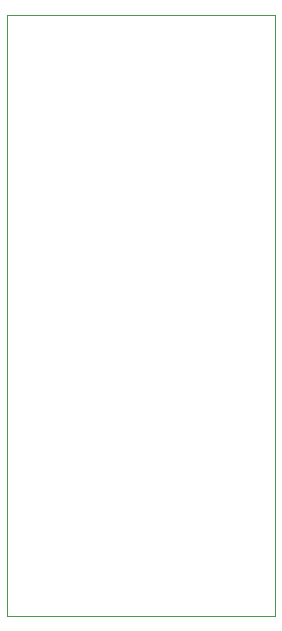
<source format=gbr>
%TF.GenerationSoftware,KiCad,Pcbnew,8.0.7*%
%TF.CreationDate,2025-03-12T15:38:42-05:00*%
%TF.ProjectId,YM3802-F-to-X,594d3338-3032-42d4-962d-746f2d582e6b,rev?*%
%TF.SameCoordinates,Original*%
%TF.FileFunction,Profile,NP*%
%FSLAX46Y46*%
G04 Gerber Fmt 4.6, Leading zero omitted, Abs format (unit mm)*
G04 Created by KiCad (PCBNEW 8.0.7) date 2025-03-12 15:38:42*
%MOMM*%
%LPD*%
G01*
G04 APERTURE LIST*
%TA.AperFunction,Profile*%
%ADD10C,0.050000*%
%TD*%
G04 APERTURE END LIST*
D10*
X130210000Y-90085000D02*
X152900000Y-90085000D01*
X152900000Y-140915000D01*
X130210000Y-140915000D01*
X130210000Y-90085000D01*
M02*

</source>
